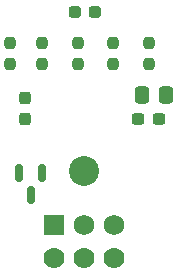
<source format=gbr>
%TF.GenerationSoftware,KiCad,Pcbnew,(6.0.6)*%
%TF.CreationDate,2022-08-09T20:17:38-04:00*%
%TF.ProjectId,4272ShaftEncoder,34323732-5368-4616-9674-456e636f6465,rev?*%
%TF.SameCoordinates,Original*%
%TF.FileFunction,Soldermask,Top*%
%TF.FilePolarity,Negative*%
%FSLAX46Y46*%
G04 Gerber Fmt 4.6, Leading zero omitted, Abs format (unit mm)*
G04 Created by KiCad (PCBNEW (6.0.6)) date 2022-08-09 20:17:38*
%MOMM*%
%LPD*%
G01*
G04 APERTURE LIST*
G04 Aperture macros list*
%AMRoundRect*
0 Rectangle with rounded corners*
0 $1 Rounding radius*
0 $2 $3 $4 $5 $6 $7 $8 $9 X,Y pos of 4 corners*
0 Add a 4 corners polygon primitive as box body*
4,1,4,$2,$3,$4,$5,$6,$7,$8,$9,$2,$3,0*
0 Add four circle primitives for the rounded corners*
1,1,$1+$1,$2,$3*
1,1,$1+$1,$4,$5*
1,1,$1+$1,$6,$7*
1,1,$1+$1,$8,$9*
0 Add four rect primitives between the rounded corners*
20,1,$1+$1,$2,$3,$4,$5,0*
20,1,$1+$1,$4,$5,$6,$7,0*
20,1,$1+$1,$6,$7,$8,$9,0*
20,1,$1+$1,$8,$9,$2,$3,0*%
G04 Aperture macros list end*
%ADD10C,1.778000*%
%ADD11RoundRect,0.190218X-0.684782X-0.684782X0.684782X-0.684782X0.684782X0.684782X-0.684782X0.684782X0*%
%ADD12C,1.750000*%
%ADD13RoundRect,0.237500X0.237500X-0.250000X0.237500X0.250000X-0.237500X0.250000X-0.237500X-0.250000X0*%
%ADD14RoundRect,0.250000X-0.337500X-0.475000X0.337500X-0.475000X0.337500X0.475000X-0.337500X0.475000X0*%
%ADD15RoundRect,0.150000X-0.150000X0.587500X-0.150000X-0.587500X0.150000X-0.587500X0.150000X0.587500X0*%
%ADD16RoundRect,0.237500X-0.237500X0.250000X-0.237500X-0.250000X0.237500X-0.250000X0.237500X0.250000X0*%
%ADD17RoundRect,0.237500X-0.287500X-0.237500X0.287500X-0.237500X0.287500X0.237500X-0.287500X0.237500X0*%
%ADD18RoundRect,0.237500X0.237500X-0.300000X0.237500X0.300000X-0.237500X0.300000X-0.237500X-0.300000X0*%
%ADD19C,2.540000*%
%ADD20RoundRect,0.237500X-0.300000X-0.237500X0.300000X-0.237500X0.300000X0.237500X-0.300000X0.237500X0*%
G04 APERTURE END LIST*
D10*
%TO.C,J1*%
X150580000Y-92294000D03*
X145500000Y-92294000D03*
X148040000Y-92294000D03*
D11*
X145500000Y-89500000D03*
D12*
X148040000Y-89500000D03*
X150580000Y-89500000D03*
%TD*%
D13*
%TO.C,R1*%
X144500000Y-74087500D03*
X144500000Y-75912500D03*
%TD*%
D14*
%TO.C,C2*%
X152925000Y-78500000D03*
X155000000Y-78500000D03*
%TD*%
D15*
%TO.C,TVS1*%
X143500000Y-86937500D03*
X142550000Y-85062500D03*
X144450000Y-85062500D03*
%TD*%
D16*
%TO.C,R7*%
X153500000Y-74087500D03*
X153500000Y-75912500D03*
%TD*%
D13*
%TO.C,R3*%
X147500000Y-74087500D03*
X147500000Y-75912500D03*
%TD*%
D17*
%TO.C,LED3*%
X147250000Y-71500000D03*
X149000000Y-71500000D03*
%TD*%
D18*
%TO.C,C3*%
X143000000Y-80500000D03*
X143000000Y-78775000D03*
%TD*%
D16*
%TO.C,R6*%
X150500000Y-75912500D03*
X150500000Y-74087500D03*
%TD*%
%TO.C,R2*%
X141750000Y-75912500D03*
X141750000Y-74087500D03*
%TD*%
D19*
%TO.C,REF\u002A\u002A*%
X148000000Y-84950000D03*
%TD*%
D20*
%TO.C,C1*%
X152637500Y-80500000D03*
X154362500Y-80500000D03*
%TD*%
M02*

</source>
